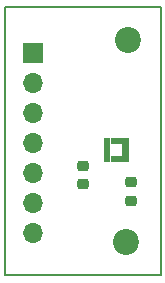
<source format=gts>
%TF.GenerationSoftware,KiCad,Pcbnew,7.0.2*%
%TF.CreationDate,2025-03-07T15:43:59-05:00*%
%TF.ProjectId,2BMA400,32424d41-3430-4302-9e6b-696361645f70,rev?*%
%TF.SameCoordinates,Original*%
%TF.FileFunction,Soldermask,Top*%
%TF.FilePolarity,Negative*%
%FSLAX46Y46*%
G04 Gerber Fmt 4.6, Leading zero omitted, Abs format (unit mm)*
G04 Created by KiCad (PCBNEW 7.0.2) date 2025-03-07 15:43:59*
%MOMM*%
%LPD*%
G01*
G04 APERTURE LIST*
G04 Aperture macros list*
%AMRoundRect*
0 Rectangle with rounded corners*
0 $1 Rounding radius*
0 $2 $3 $4 $5 $6 $7 $8 $9 X,Y pos of 4 corners*
0 Add a 4 corners polygon primitive as box body*
4,1,4,$2,$3,$4,$5,$6,$7,$8,$9,$2,$3,0*
0 Add four circle primitives for the rounded corners*
1,1,$1+$1,$2,$3*
1,1,$1+$1,$4,$5*
1,1,$1+$1,$6,$7*
1,1,$1+$1,$8,$9*
0 Add four rect primitives between the rounded corners*
20,1,$1+$1,$2,$3,$4,$5,0*
20,1,$1+$1,$4,$5,$6,$7,0*
20,1,$1+$1,$6,$7,$8,$9,0*
20,1,$1+$1,$8,$9,$2,$3,0*%
G04 Aperture macros list end*
%ADD10C,0.150000*%
%ADD11C,0.010000*%
%ADD12C,2.200000*%
%ADD13RoundRect,0.225000X-0.250000X0.225000X-0.250000X-0.225000X0.250000X-0.225000X0.250000X0.225000X0*%
%ADD14R,1.700000X1.700000*%
%ADD15O,1.700000X1.700000*%
G04 APERTURE END LIST*
D10*
X60452000Y-102108000D02*
X60452000Y-79400400D01*
X73660000Y-102108000D02*
X60452000Y-102108000D01*
X73660000Y-102057200D02*
X73660000Y-102108000D01*
X73660000Y-79400400D02*
X73660000Y-102057200D01*
X60452000Y-79400400D02*
X73660000Y-79400400D01*
%TO.C,U1*%
D11*
X69300000Y-90890000D02*
X68850000Y-90890000D01*
X68850000Y-90490000D01*
X69300000Y-90490000D01*
X69300000Y-90890000D01*
G36*
X69300000Y-90890000D02*
G01*
X68850000Y-90890000D01*
X68850000Y-90490000D01*
X69300000Y-90490000D01*
X69300000Y-90890000D01*
G37*
X69300000Y-91390000D02*
X68850000Y-91390000D01*
X68850000Y-90990000D01*
X69300000Y-90990000D01*
X69300000Y-91390000D01*
G36*
X69300000Y-91390000D02*
G01*
X68850000Y-91390000D01*
X68850000Y-90990000D01*
X69300000Y-90990000D01*
X69300000Y-91390000D01*
G37*
X69300000Y-91890000D02*
X68850000Y-91890000D01*
X68850000Y-91490000D01*
X69300000Y-91490000D01*
X69300000Y-91890000D01*
G36*
X69300000Y-91890000D02*
G01*
X68850000Y-91890000D01*
X68850000Y-91490000D01*
X69300000Y-91490000D01*
X69300000Y-91890000D01*
G37*
X69300000Y-92390000D02*
X68850000Y-92390000D01*
X68850000Y-91990000D01*
X69300000Y-91990000D01*
X69300000Y-92390000D01*
G36*
X69300000Y-92390000D02*
G01*
X68850000Y-92390000D01*
X68850000Y-91990000D01*
X69300000Y-91990000D01*
X69300000Y-92390000D01*
G37*
X69800000Y-90890000D02*
X69400000Y-90890000D01*
X69400000Y-90440000D01*
X69800000Y-90440000D01*
X69800000Y-90890000D01*
G36*
X69800000Y-90890000D02*
G01*
X69400000Y-90890000D01*
X69400000Y-90440000D01*
X69800000Y-90440000D01*
X69800000Y-90890000D01*
G37*
X69800000Y-92440000D02*
X69400000Y-92440000D01*
X69400000Y-91990000D01*
X69800000Y-91990000D01*
X69800000Y-92440000D01*
G36*
X69800000Y-92440000D02*
G01*
X69400000Y-92440000D01*
X69400000Y-91990000D01*
X69800000Y-91990000D01*
X69800000Y-92440000D01*
G37*
X70300000Y-90890000D02*
X69900000Y-90890000D01*
X69900000Y-90440000D01*
X70300000Y-90440000D01*
X70300000Y-90890000D01*
G36*
X70300000Y-90890000D02*
G01*
X69900000Y-90890000D01*
X69900000Y-90440000D01*
X70300000Y-90440000D01*
X70300000Y-90890000D01*
G37*
X70300000Y-92440000D02*
X69900000Y-92440000D01*
X69900000Y-91990000D01*
X70300000Y-91990000D01*
X70300000Y-92440000D01*
G36*
X70300000Y-92440000D02*
G01*
X69900000Y-92440000D01*
X69900000Y-91990000D01*
X70300000Y-91990000D01*
X70300000Y-92440000D01*
G37*
X70850000Y-90890000D02*
X70400000Y-90890000D01*
X70400000Y-90490000D01*
X70850000Y-90490000D01*
X70850000Y-90890000D01*
G36*
X70850000Y-90890000D02*
G01*
X70400000Y-90890000D01*
X70400000Y-90490000D01*
X70850000Y-90490000D01*
X70850000Y-90890000D01*
G37*
X70850000Y-91390000D02*
X70400000Y-91390000D01*
X70400000Y-90990000D01*
X70850000Y-90990000D01*
X70850000Y-91390000D01*
G36*
X70850000Y-91390000D02*
G01*
X70400000Y-91390000D01*
X70400000Y-90990000D01*
X70850000Y-90990000D01*
X70850000Y-91390000D01*
G37*
X70850000Y-91890000D02*
X70400000Y-91890000D01*
X70400000Y-91490000D01*
X70850000Y-91490000D01*
X70850000Y-91890000D01*
G36*
X70850000Y-91890000D02*
G01*
X70400000Y-91890000D01*
X70400000Y-91490000D01*
X70850000Y-91490000D01*
X70850000Y-91890000D01*
G37*
X70850000Y-92390000D02*
X70400000Y-92390000D01*
X70400000Y-91990000D01*
X70850000Y-91990000D01*
X70850000Y-92390000D01*
G36*
X70850000Y-92390000D02*
G01*
X70400000Y-92390000D01*
X70400000Y-91990000D01*
X70850000Y-91990000D01*
X70850000Y-92390000D01*
G37*
%TD*%
D12*
%TO.C,REF\u002A\u002A*%
X70866000Y-82169000D03*
%TD*%
D13*
%TO.C,C1*%
X67056000Y-92824000D03*
X67056000Y-94374000D03*
%TD*%
%TO.C,C2*%
X71120000Y-94221000D03*
X71120000Y-95771000D03*
%TD*%
D14*
%TO.C,J1*%
X62865000Y-83312000D03*
D15*
X62865000Y-85852000D03*
X62865000Y-88392000D03*
X62865000Y-90932000D03*
X62865000Y-93472000D03*
X62865000Y-96012000D03*
X62865000Y-98552000D03*
%TD*%
D12*
%TO.C,REF\u002A\u002A*%
X70739000Y-99314000D03*
%TD*%
M02*

</source>
